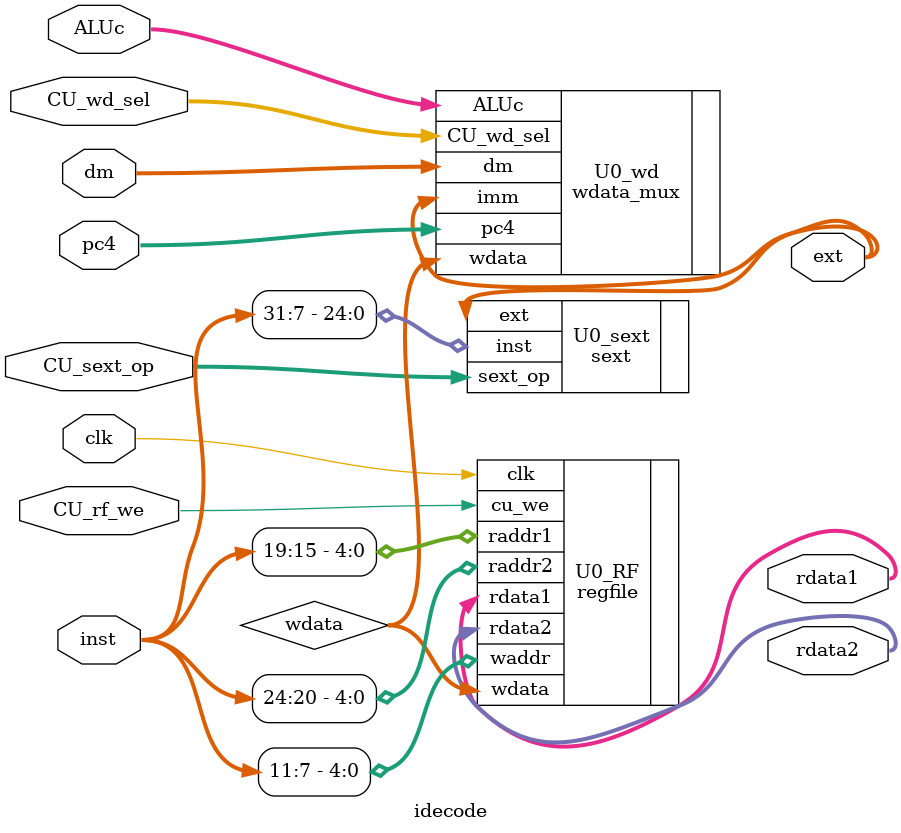
<source format=v>
`timescale 1ns / 1ps
`include "param.v"


module idecode(
    input clk,
    input wire [31:0] inst,
    input wire [31:0] pc4,
    input wire [31:0] ALUc,
    input wire [31:0] dm,
    input wire [2:0] CU_sext_op,
    input wire [1:0] CU_wd_sel,
    input wire CU_rf_we,

    output wire [31:0] ext,
    output wire [31:0] rdata1,
    output wire [31:0] rdata2
    );

    wire [31:0] wdata;

    wdata_mux U0_wd(
        .CU_wd_sel (CU_wd_sel),
        .pc4 (pc4),
        .ALUc (ALUc),
        .imm  (ext),
        .dm (dm),

        .wdata (wdata)
    );

    regfile U0_RF(
        .clk (clk),
        .cu_we (CU_rf_we),
        .raddr1 (inst[19:15]),
        .raddr2 (inst[24:20]),
        .waddr  (inst[11:7]),
        .wdata  (wdata),

        .rdata1 (rdata1),
        .rdata2 (rdata2)

    );

    sext U0_sext(
        .inst (inst[31:7]),
        .sext_op (CU_sext_op),

        .ext (ext)
    );

endmodule

</source>
